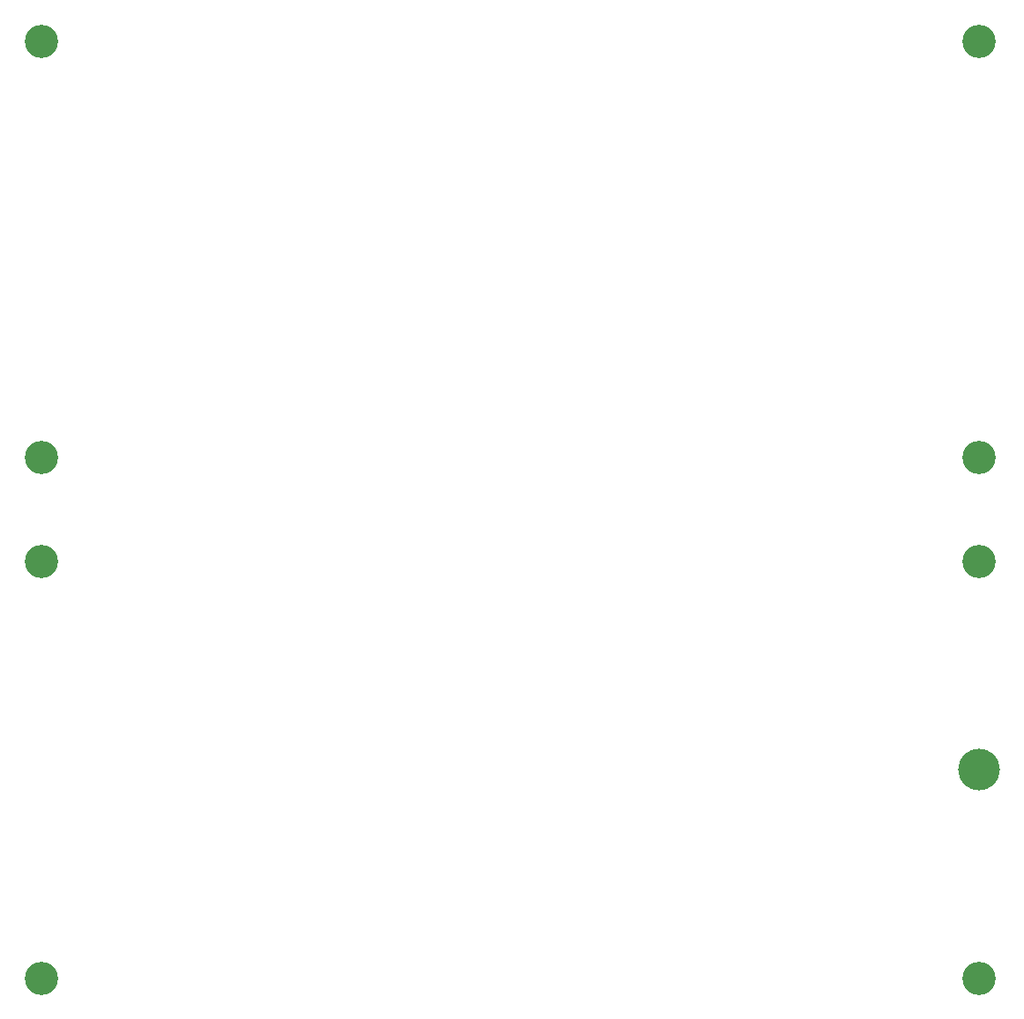
<source format=gts>
G04 #@! TF.GenerationSoftware,KiCad,Pcbnew,(6.0.0)*
G04 #@! TF.CreationDate,2022-01-21T17:29:39+00:00*
G04 #@! TF.ProjectId,Max100x100Plate,4d617831-3030-4783-9130-30506c617465,rev?*
G04 #@! TF.SameCoordinates,Original*
G04 #@! TF.FileFunction,Soldermask,Top*
G04 #@! TF.FilePolarity,Negative*
%FSLAX46Y46*%
G04 Gerber Fmt 4.6, Leading zero omitted, Abs format (unit mm)*
G04 Created by KiCad (PCBNEW (6.0.0)) date 2022-01-21 17:29:39*
%MOMM*%
%LPD*%
G01*
G04 APERTURE LIST*
%ADD10C,4.000000*%
%ADD11C,3.200000*%
G04 APERTURE END LIST*
D10*
X195000000Y-125000000D03*
D11*
X195000000Y-95000000D03*
X105000000Y-105000000D03*
X195000000Y-55000000D03*
X105000000Y-145000000D03*
X195000000Y-145000000D03*
X105000000Y-55000000D03*
X195000000Y-105000000D03*
X105000000Y-95000000D03*
M02*

</source>
